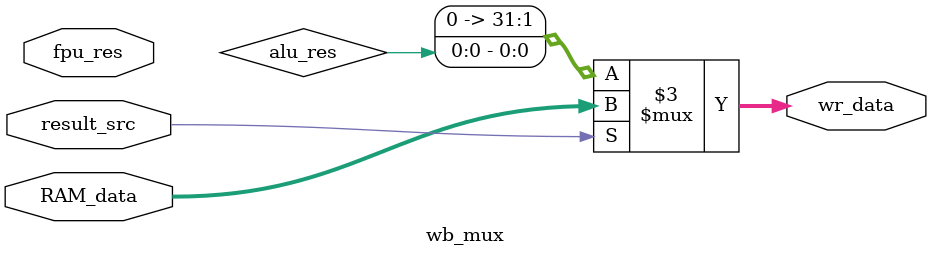
<source format=sv>
/*

This is the Write Back Mux to choose where to write the data to:
(0) Write to CroC Ram
(1) Write to Reg File
Sel bit: result_src
Destination: wr_data

*/

`timescale 1 ns / 1 ps

module wb_mux (
    input logic [31:0] fpu_res,
    input logic [31:0] RAM_data,
    input logic result_src,
    output logic [31:0] wr_data,               // Data to be written back to Reg File
);

    assign wr_data = (result_src == 1'b1)? RAM_data : alu_res;

endmodule
</source>
